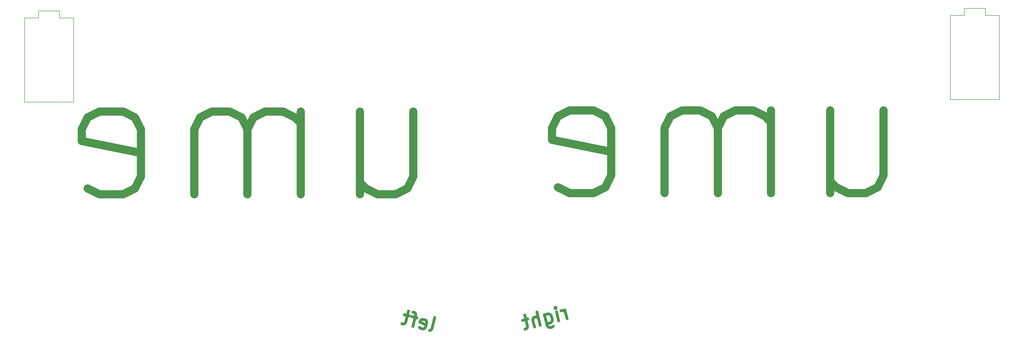
<source format=gbr>
%TF.GenerationSoftware,KiCad,Pcbnew,(5.1.7)-1*%
%TF.CreationDate,2021-08-08T11:48:14+10:00*%
%TF.ProjectId,ume,756d652e-6b69-4636-9164-5f7063625858,rev?*%
%TF.SameCoordinates,Original*%
%TF.FileFunction,Legend,Bot*%
%TF.FilePolarity,Positive*%
%FSLAX46Y46*%
G04 Gerber Fmt 4.6, Leading zero omitted, Abs format (unit mm)*
G04 Created by KiCad (PCBNEW (5.1.7)-1) date 2021-08-08 11:48:14*
%MOMM*%
%LPD*%
G01*
G04 APERTURE LIST*
%ADD10C,1.000000*%
%ADD11C,3.000000*%
%ADD12C,0.150000*%
G04 APERTURE END LIST*
D10*
X233724422Y-203980302D02*
X232918015Y-200745983D01*
X233148417Y-201670074D02*
X232802194Y-201265629D01*
X232513570Y-201092206D01*
X231993924Y-200976385D01*
X231531879Y-201091585D01*
X230721125Y-204729108D02*
X229914719Y-201494789D01*
X229511516Y-199877629D02*
X229800139Y-200051051D01*
X229626717Y-200339675D01*
X229338094Y-200166252D01*
X229511516Y-199877629D01*
X229626717Y-200339675D01*
X225525286Y-202589197D02*
X226504494Y-206516585D01*
X226850717Y-206921030D01*
X227139341Y-207094452D01*
X227658987Y-207210274D01*
X228352055Y-207037473D01*
X228756500Y-206691249D01*
X226274092Y-205592493D02*
X226793738Y-205708315D01*
X227717829Y-205477914D01*
X228122274Y-205131690D01*
X228295697Y-204843067D01*
X228411519Y-204323421D01*
X228065916Y-202937284D01*
X227719692Y-202532839D01*
X227431069Y-202359416D01*
X226911423Y-202243594D01*
X225987332Y-202473996D01*
X225582887Y-202820220D01*
X224021464Y-206399521D02*
X222811855Y-201548042D01*
X221942259Y-206917925D02*
X221308654Y-204376674D01*
X221424476Y-203857028D01*
X221828921Y-203510804D01*
X222521990Y-203338003D01*
X223041636Y-203453825D01*
X223330259Y-203627247D01*
X219518693Y-204086809D02*
X217670511Y-204547613D01*
X218422422Y-202642451D02*
X219459230Y-206800861D01*
X219343408Y-207320507D01*
X218938963Y-207666731D01*
X218476917Y-207781932D01*
X183926717Y-208260324D02*
X184446363Y-208144502D01*
X184792587Y-207740057D01*
X185829395Y-203581647D01*
X180287953Y-207107694D02*
X180692398Y-207453918D01*
X181616489Y-207684320D01*
X182136135Y-207568498D01*
X182482359Y-207164053D01*
X182943162Y-205315871D01*
X182827340Y-204796224D01*
X182422895Y-204450001D01*
X181498804Y-204219599D01*
X180979158Y-204335421D01*
X180632934Y-204739866D01*
X180517733Y-205201912D01*
X182712760Y-206239962D01*
X179419599Y-203701195D02*
X177571417Y-203240391D01*
X177920124Y-206762713D02*
X178956932Y-202604302D01*
X178841111Y-202084656D01*
X178436665Y-201738433D01*
X177974620Y-201623232D01*
X176647325Y-203009989D02*
X174799143Y-202549186D01*
X176357460Y-201220029D02*
X175320652Y-205378439D01*
X174974428Y-205782884D01*
X174454782Y-205898706D01*
X173992737Y-205783505D01*
D11*
X328942857Y-128457142D02*
X328942857Y-158457142D01*
X348228571Y-128457142D02*
X348228571Y-152028571D01*
X346085714Y-156314285D01*
X341800000Y-158457142D01*
X335371428Y-158457142D01*
X331085714Y-156314285D01*
X328942857Y-154171428D01*
X307514285Y-158457142D02*
X307514285Y-128457142D01*
X307514285Y-132742857D02*
X305371428Y-130600000D01*
X301085714Y-128457142D01*
X294657142Y-128457142D01*
X290371428Y-130600000D01*
X288228571Y-134885714D01*
X288228571Y-158457142D01*
X288228571Y-134885714D02*
X286085714Y-130600000D01*
X281800000Y-128457142D01*
X275371428Y-128457142D01*
X271085714Y-130600000D01*
X268942857Y-134885714D01*
X268942857Y-158457142D01*
X230371428Y-156314285D02*
X234657142Y-158457142D01*
X243228571Y-158457142D01*
X247514285Y-156314285D01*
X249657142Y-152028571D01*
X249657142Y-134885714D01*
X247514285Y-130600000D01*
X243228571Y-128457142D01*
X234657142Y-128457142D01*
X230371428Y-130600000D01*
X228228571Y-134885714D01*
X228228571Y-139171428D01*
X249657142Y-143457142D01*
X158742857Y-128857142D02*
X158742857Y-158857142D01*
X178028571Y-128857142D02*
X178028571Y-152428571D01*
X175885714Y-156714285D01*
X171600000Y-158857142D01*
X165171428Y-158857142D01*
X160885714Y-156714285D01*
X158742857Y-154571428D01*
X137314285Y-158857142D02*
X137314285Y-128857142D01*
X137314285Y-133142857D02*
X135171428Y-131000000D01*
X130885714Y-128857142D01*
X124457142Y-128857142D01*
X120171428Y-131000000D01*
X118028571Y-135285714D01*
X118028571Y-158857142D01*
X118028571Y-135285714D02*
X115885714Y-131000000D01*
X111600000Y-128857142D01*
X105171428Y-128857142D01*
X100885714Y-131000000D01*
X98742857Y-135285714D01*
X98742857Y-158857142D01*
X60171428Y-156714285D02*
X64457142Y-158857142D01*
X73028571Y-158857142D01*
X77314285Y-156714285D01*
X79457142Y-152428571D01*
X79457142Y-135285714D01*
X77314285Y-131000000D01*
X73028571Y-128857142D01*
X64457142Y-128857142D01*
X60171428Y-131000000D01*
X58028571Y-135285714D01*
X58028571Y-139571428D01*
X79457142Y-143857142D01*
D12*
%TO.C,U2*%
X390190000Y-124540000D02*
X372410000Y-124540000D01*
X372410000Y-124540000D02*
X372410000Y-94060000D01*
X372410000Y-94060000D02*
X377490000Y-94060000D01*
X377490000Y-94060000D02*
X377490000Y-91520000D01*
X377490000Y-91520000D02*
X385110000Y-91520000D01*
X385110000Y-91520000D02*
X385110000Y-94060000D01*
X385110000Y-94060000D02*
X390190000Y-94060000D01*
X390190000Y-94060000D02*
X390190000Y-124540000D01*
%TO.C,U1*%
X55190000Y-95060000D02*
X55190000Y-125540000D01*
X50110000Y-95060000D02*
X55190000Y-95060000D01*
X50110000Y-92520000D02*
X50110000Y-95060000D01*
X42490000Y-92520000D02*
X50110000Y-92520000D01*
X42490000Y-95060000D02*
X42490000Y-92520000D01*
X37410000Y-95060000D02*
X42490000Y-95060000D01*
X37410000Y-125540000D02*
X37410000Y-95060000D01*
X55190000Y-125540000D02*
X37410000Y-125540000D01*
%TD*%
M02*

</source>
